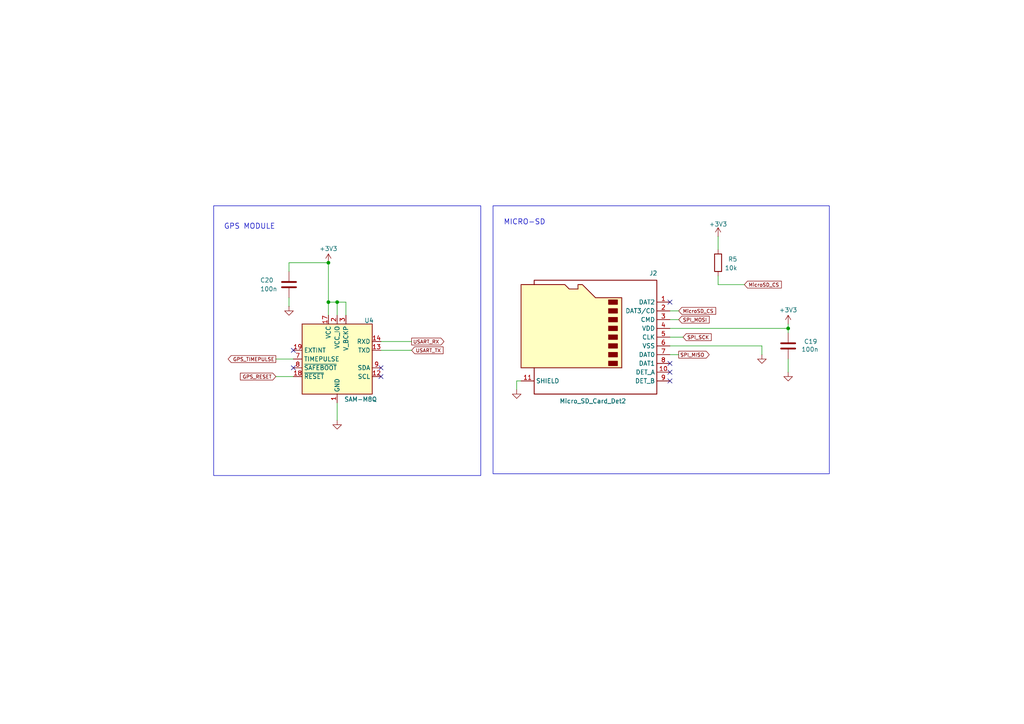
<source format=kicad_sch>
(kicad_sch (version 20250114) (generator "eeschema") (generator_version "9.0")
  (paper "A4")
  (lib_symbols
    (symbol "Connector:Micro_SD_Card_Det2"
      (property "Reference" "J" (at -16.51 17.78 0))
      (property "Value" "Micro_SD_Card_Det2" (at 16.51 17.78 0))
      (symbol "Micro_SD_Card_Det2_0_1"
        (polyline (pts (xy -8.89 -8.89) (xy -8.89 11.43) (xy -1.27 11.43) (xy 2.54 15.24) (xy 3.81 15.24) (xy 3.81 13.97) (xy 6.35 13.97) (xy 7.62 15.24) (xy 20.32 15.24) (xy 20.32 -8.89) (xy -8.89 -8.89)) (stroke (width 0.254)) (fill (type background)))
        (rectangle (start -7.62 10.795) (end -5.08 9.525) (stroke (width 0.254)) (fill (type outline)))
        (rectangle (start -7.62 8.255) (end -5.08 6.985) (stroke (width 0.254)) (fill (type outline)))
        (rectangle (start -7.62 5.715) (end -5.08 4.445) (stroke (width 0.254)) (fill (type outline)))
        (rectangle (start -7.62 3.175) (end -5.08 1.905) (stroke (width 0.254)) (fill (type outline)))
        (rectangle (start -7.62 0.635) (end -5.08 -0.635) (stroke (width 0.254)) (fill (type outline)))
        (rectangle (start -7.62 -1.905) (end -5.08 -3.175) (stroke (width 0.254)) (fill (type outline)))
        (rectangle (start -7.62 -4.445) (end -5.08 -5.715) (stroke (width 0.254)) (fill (type outline)))
        (rectangle (start -7.62 -6.985) (end -5.08 -8.255) (stroke (width 0.254)) (fill (type outline)))
        (polyline (pts (xy 16.51 15.24) (xy 16.51 16.51) (xy -19.05 16.51) (xy -19.05 -16.51) (xy 16.51 -16.51) (xy 16.51 -8.89)) (stroke (width 0.254)))
      )
      (symbol "Micro_SD_Card_Det2_1_1"
        (pin bidirectional line (at -22.86 10.16 0) (length 3.81) (name "DAT2") (number "1"))
        (pin bidirectional line (at -22.86 7.62 0) (length 3.81) (name "DAT3/CD") (number "2"))
        (pin input line (at -22.86 5.08 0) (length 3.81) (name "CMD") (number "3"))
        (pin power_in line (at -22.86 2.54 0) (length 3.81) (name "VDD") (number "4"))
        (pin input line (at -22.86 0 0) (length 3.81) (name "CLK") (number "5"))
        (pin power_in line (at -22.86 -2.54 0) (length 3.81) (name "VSS") (number "6"))
        (pin bidirectional line (at -22.86 -5.08 0) (length 3.81) (name "DAT0") (number "7"))
        (pin bidirectional line (at -22.86 -7.62 0) (length 3.81) (name "DAT1") (number "8"))
        (pin passive line (at -22.86 -10.16 0) (length 3.81) (name "DET_A") (number "10"))
        (pin passive line (at -22.86 -12.7 0) (length 3.81) (name "DET_B") (number "9"))
        (pin passive line (at 20.32 -12.7 180) (length 3.81) (name "SHIELD") (number "11"))
      )
    )
    (symbol "Device:C" (pin_numbers (hide yes)) (pin_names (offset 0.254))
      (property "Reference" "C" (at 0.635 2.54 0))
      (property "Value" "C" (at 0.635 -2.54 0))
      (symbol "C_0_1"
        (polyline (pts (xy -2.032 0.762) (xy 2.032 0.762)) (stroke (width 0.508)))
        (polyline (pts (xy -2.032 -0.762) (xy 2.032 -0.762)) (stroke (width 0.508)))
      )
      (symbol "C_1_1"
        (pin passive line (at 0 3.81 270) (length 2.794) (name "~") (number "1"))
        (pin passive line (at 0 -3.81 90) (length 2.794) (name "~") (number "2"))
      )
    )
    (symbol "Device:R" (pin_numbers (hide yes)) (pin_names (offset 0))
      (property "Reference" "R" (at 2.032 0 90))
      (property "Value" "R" (at 0 0 90))
      (symbol "R_0_1"
        (rectangle (start -1.016 -2.54) (end 1.016 2.54) (stroke (width 0.254)))
      )
      (symbol "R_1_1"
        (pin passive line (at 0 3.81 270) (length 1.27) (name "~") (number "1"))
        (pin passive line (at 0 -3.81 90) (length 1.27) (name "~") (number "2"))
      )
    )
    (symbol "RF_GPS:SAM-M8Q"
      (property "Reference" "U" (at -8.89 11.43 0))
      (property "Value" "SAM-M8Q" (at 8.89 11.43 0))
      (symbol "SAM-M8Q_0_1"
        (rectangle (start -10.16 10.16) (end 10.16 -10.16) (stroke (width 0.254)) (fill (type background)))
      )
      (symbol "SAM-M8Q_1_1"
        (pin input line (at -12.7 2.54 0) (length 2.54) (name "EXTINT") (number "19"))
        (pin output line (at -12.7 0 0) (length 2.54) (name "TIMEPULSE") (number "7"))
        (pin input line (at -12.7 -2.54 0) (length 2.54) (name "~{SAFEBOOT}") (number "8"))
        (pin input line (at -12.7 -5.08 0) (length 2.54) (name "~{RESET}") (number "18"))
        (pin power_in line (at -2.54 12.7 270) (length 2.54) (name "VCC") (number "17"))
        (pin power_in line (at 0 12.7 270) (length 2.54) (name "VCC_IO") (number "2"))
        (pin power_in line (at 0 -12.7 90) (length 2.54) (name "GND") (number "1"))
        (pin passive line (at 0 -12.7 90) (length 2.54) (hide yes) (name "GND") (number "10"))
        (pin passive line (at 0 -12.7 90) (length 2.54) (hide yes) (name "GND") (number "11"))
        (pin passive line (at 0 -12.7 90) (length 2.54) (hide yes) (name "GND") (number "15"))
        (pin passive line (at 0 -12.7 90) (length 2.54) (hide yes) (name "GND") (number "16"))
        (pin passive line (at 0 -12.7 90) (length 2.54) (hide yes) (name "GND") (number "20"))
        (pin passive line (at 0 -12.7 90) (length 2.54) (hide yes) (name "GND") (number "4"))
        (pin passive line (at 0 -12.7 90) (length 2.54) (hide yes) (name "GND") (number "5"))
        (pin passive line (at 0 -12.7 90) (length 2.54) (hide yes) (name "GND") (number "6"))
        (pin power_in line (at 2.54 12.7 270) (length 2.54) (name "V_BCKP") (number "3"))
        (pin input line (at 12.7 5.08 180) (length 2.54) (name "RXD") (number "14"))
        (pin output line (at 12.7 2.54 180) (length 2.54) (name "TXD") (number "13"))
        (pin bidirectional line (at 12.7 -2.54 180) (length 2.54) (name "SDA") (number "9"))
        (pin input line (at 12.7 -5.08 180) (length 2.54) (name "SCL") (number "12"))
      )
    )
    (symbol "power:+3.3V" (power) (pin_numbers (hide yes)) (pin_names (offset 0) (hide yes))
      (property "Value" "+3.3V" (at 0 3.556 0))
      (symbol "+3.3V_0_1"
        (polyline (pts (xy -0.762 1.27) (xy 0 2.54)))
        (polyline (pts (xy 0 2.54) (xy 0.762 1.27)))
        (polyline (pts (xy 0 0) (xy 0 2.54)))
      )
      (symbol "+3.3V_1_1"
        (pin power_in line (at 0 0 90) (length 0) (name "~") (number "1"))
      )
    )
    (symbol "power:GND" (power) (pin_numbers (hide yes)) (pin_names (offset 0) (hide yes))
      (property "Value" "GND" (at 0 -3.81 0))
      (symbol "GND_0_1"
        (polyline (pts (xy 0 0) (xy 0 -1.27) (xy 1.27 -1.27) (xy 0 -2.54) (xy -1.27 -1.27) (xy 0 -1.27)))
      )
      (symbol "GND_1_1"
        (pin power_in line (at 0 0 270) (length 0) (name "~") (number "1"))
      )
    )
  )
  (rectangle (start 143.002 59.69) (end 240.538 137.414))
  (rectangle (start 61.976 59.69) (end 139.446 137.922))
  (text "MICRO-SD" (at 152.146 64.516 0) (effects (font (size 1.524 1.524))))
  (text "GPS MODULE" (at 72.39 65.786 0) (effects (font (size 1.524 1.524))))
  (junction (at 95.25 76.2))
  (junction (at 95.25 87.63))
  (junction (at 97.79 87.63))
  (junction (at 228.6 95.25))
  (no_connect (at 194.31 107.95))
  (no_connect (at 110.49 109.22))
  (no_connect (at 194.31 105.41))
  (no_connect (at 85.09 101.6))
  (no_connect (at 110.49 106.68))
  (no_connect (at 194.31 87.63))
  (no_connect (at 194.31 110.49))
  (no_connect (at 85.09 106.68))
  (wire (pts (xy 110.49 101.6) (xy 119.38 101.6)))
  (wire (pts (xy 208.28 68.58) (xy 208.28 72.39)))
  (wire (pts (xy 228.6 93.98) (xy 228.6 95.25)))
  (wire (pts (xy 83.82 78.74) (xy 83.82 76.2)))
  (wire (pts (xy 100.33 91.44) (xy 100.33 87.63)))
  (wire (pts (xy 95.25 87.63) (xy 97.79 87.63)))
  (wire (pts (xy 83.82 86.36) (xy 83.82 88.9)))
  (wire (pts (xy 110.49 99.06) (xy 119.38 99.06)))
  (wire (pts (xy 194.31 95.25) (xy 228.6 95.25)))
  (wire (pts (xy 194.31 100.33) (xy 220.98 100.33)))
  (wire (pts (xy 228.6 104.14) (xy 228.6 107.95)))
  (wire (pts (xy 220.98 100.33) (xy 220.98 102.87)))
  (wire (pts (xy 149.86 113.03) (xy 149.86 110.49)))
  (wire (pts (xy 97.79 91.44) (xy 97.79 87.63)))
  (wire (pts (xy 83.82 76.2) (xy 95.25 76.2)))
  (wire (pts (xy 97.79 116.84) (xy 97.79 121.92)))
  (wire (pts (xy 208.28 82.55) (xy 215.9 82.55)))
  (wire (pts (xy 100.33 87.63) (xy 97.79 87.63)))
  (wire (pts (xy 194.31 102.87) (xy 196.85 102.87)))
  (wire (pts (xy 95.25 87.63) (xy 95.25 91.44)))
  (wire (pts (xy 80.01 104.14) (xy 85.09 104.14)))
  (wire (pts (xy 151.13 110.49) (xy 149.86 110.49)))
  (wire (pts (xy 194.31 90.17) (xy 196.85 90.17)))
  (wire (pts (xy 208.28 82.55) (xy 208.28 80.01)))
  (wire (pts (xy 194.31 97.79) (xy 198.12 97.79)))
  (wire (pts (xy 80.01 109.22) (xy 85.09 109.22)))
  (wire (pts (xy 95.25 76.2) (xy 95.25 87.63)))
  (wire (pts (xy 194.31 92.71) (xy 196.85 92.71)))
  (wire (pts (xy 228.6 95.25) (xy 228.6 96.52)))
  (global_label "GPS_TIMEPULSE" (shape output) (at 80.01 104.14 180) (effects (font (size 1.016 1.016))) (property "Intersheetrefs" "${INTERSHEET_REFS}" (effects (hide yes))))
  (global_label "MicroSD_CS" (shape input) (at 196.85 90.17 0) (effects (font (size 1.016 1.016))) (property "Intersheetrefs" "${INTERSHEET_REFS}" (effects (hide yes))))
  (global_label "MicroSD_CS" (shape input) (at 215.9 82.55 0) (effects (font (size 1.016 1.016))) (property "Intersheetrefs" "${INTERSHEET_REFS}" (effects (hide yes))))
  (global_label "USART_TX" (shape input) (at 119.38 101.6 0) (effects (font (size 1.016 1.016))) (property "Intersheetrefs" "${INTERSHEET_REFS}" (effects (hide yes))))
  (global_label "USART_RX" (shape output) (at 119.38 99.06 0) (effects (font (size 1.016 1.016))) (property "Intersheetrefs" "${INTERSHEET_REFS}" (effects (hide yes))))
  (global_label "SPI_SCK" (shape input) (at 198.12 97.79 0) (effects (font (size 1.016 1.016))) (property "Intersheetrefs" "${INTERSHEET_REFS}" (effects (hide yes))))
  (global_label "SPI_MOSI" (shape input) (at 196.85 92.71 0) (effects (font (size 1.016 1.016))) (property "Intersheetrefs" "${INTERSHEET_REFS}" (effects (hide yes))))
  (global_label "SPI_MISO" (shape output) (at 196.85 102.87 0) (effects (font (size 1.016 1.016))) (property "Intersheetrefs" "${INTERSHEET_REFS}" (effects (hide yes))))
  (global_label "GPS_RESET" (shape input) (at 80.01 109.22 180) (effects (font (size 1.016 1.016))) (property "Intersheetrefs" "${INTERSHEET_REFS}" (effects (hide yes))))
  (symbol (lib_id "Connector:Micro_SD_Card_Det2") (at 171.45 97.79 0) (mirror y) (unit 1)
    (property "Reference" "J2" (at 189.484 79.248 0))
    (property "Value" "Micro_SD_Card_Det2" (at 171.958 116.332 0))
    (property "Footprint" "Connector_Card:microSD_HC_Hirose_DM3AT-SF-PEJM5" (effects (hide yes)))
    (property "Datasheet" "https://www.hirose.com/en/product/document?clcode=&productname=&series=DM3&documenttype=Catalog&lang=en&documentid=D49662_en" (effects (hide yes)))
    (property "Description" "Micro SD Card Socket with two card detection pins" (effects (hide yes)))
  )
  (symbol (lib_id "power:GND") (at 220.98 102.87 0) (unit 1)
    (property "Reference" "#PWR040" (effects (hide yes)))
    (property "Value" "GND" (effects (hide yes)))
    (property "Description" "Power symbol creates a global label with name \"GND\" , ground" (effects (hide yes)))
  )
  (symbol (lib_id "power:GND") (at 83.82 88.9 0) (unit 1)
    (property "Reference" "#PWR035" (effects (hide yes)))
    (property "Value" "GND" (effects (hide yes)))
    (property "Description" "Power symbol creates a global label with name \"GND\" , ground" (effects (hide yes)))
  )
  (symbol (lib_id "power:GND") (at 97.79 121.92 0) (unit 1)
    (property "Reference" "#PWR037" (effects (hide yes)))
    (property "Value" "GND" (effects (hide yes)))
    (property "Description" "Power symbol creates a global label with name \"GND\" , ground" (effects (hide yes)))
  )
  (symbol (lib_id "power:+3.3V") (at 95.25 76.2 0) (unit 1)
    (property "Reference" "#PWR036" (effects (hide yes)))
    (property "Value" "+3V3" (at 95.25 72.136 0))
    (property "Description" "Power symbol creates a global label with name \"+3.3V\"" (effects (hide yes)))
  )
  (symbol (lib_id "power:GND") (at 228.6 107.95 0) (unit 1)
    (property "Reference" "#PWR045" (effects (hide yes)))
    (property "Value" "GND" (effects (hide yes)))
    (property "Description" "Power symbol creates a global label with name \"GND\" , ground" (effects (hide yes)))
  )
  (symbol (lib_id "power:+3.3V") (at 208.28 68.58 0) (unit 1)
    (property "Reference" "#PWR038" (effects (hide yes)))
    (property "Value" "+3V3" (at 208.28 65.024 0))
    (property "Description" "Power symbol creates a global label with name \"+3.3V\"" (effects (hide yes)))
  )
  (symbol (lib_id "power:GND") (at 149.86 113.03 0) (unit 1)
    (property "Reference" "#PWR030" (effects (hide yes)))
    (property "Value" "GND" (effects (hide yes)))
    (property "Description" "Power symbol creates a global label with name \"GND\" , ground" (effects (hide yes)))
  )
  (symbol (lib_id "power:+3.3V") (at 228.6 93.98 0) (unit 1)
    (property "Reference" "#PWR043" (effects (hide yes)))
    (property "Value" "+3V3" (at 228.6 89.916 0))
    (property "Description" "Power symbol creates a global label with name \"+3.3V\"" (effects (hide yes)))
  )
  (symbol (lib_id "Device:C") (at 228.6 100.33 0) (unit 1)
    (property "Reference" "C19" (at 233.172 99.06 0) (effects (justify left)))
    (property "Value" "100n" (at 232.41 101.346 0) (effects (justify left)))
    (property "Footprint" "Capacitor_SMD:C_0402_1005Metric" (effects (hide yes)))
    (property "Description" "Unpolarized capacitor" (effects (hide yes)))
  )
  (symbol (lib_id "RF_GPS:SAM-M8Q") (at 97.79 104.14 0) (unit 1)
    (property "Reference" "U4" (at 105.664 92.964 0) (effects (justify left)))
    (property "Value" "SAM-M8Q" (at 99.822 115.824 0) (effects (justify left)))
    (property "Footprint" "RF_GPS:ublox_SAM-M8Q" (effects (hide yes)))
    (property "Datasheet" "https://www.u-blox.com/sites/default/files/SAM-M8Q_DataSheet_%28UBX-16012619%29.pdf" (effects (hide yes)))
    (property "Description" "GPS ublox M8 variant" (effects (hide yes)))
  )
  (symbol (lib_id "Device:R") (at 208.28 76.2 0) (mirror y) (unit 1)
    (property "Reference" "R5" (at 213.868 75.184 0) (effects (justify left)))
    (property "Value" "10k" (at 213.868 77.724 0) (effects (justify left)))
    (property "Footprint" "Resistor_SMD:R_0402_1005Metric" (effects (hide yes)))
    (property "Description" "Resistor" (effects (hide yes)))
  )
  (symbol (lib_id "Device:C") (at 83.82 82.55 0) (unit 1)
    (property "Reference" "C20" (at 75.438 81.28 0) (effects (justify left)))
    (property "Value" "100n" (at 75.438 83.82 0) (effects (justify left)))
    (property "Footprint" "Capacitor_SMD:C_0402_1005Metric" (effects (hide yes)))
    (property "Description" "Unpolarized capacitor" (effects (hide yes)))
  )
)
</source>
